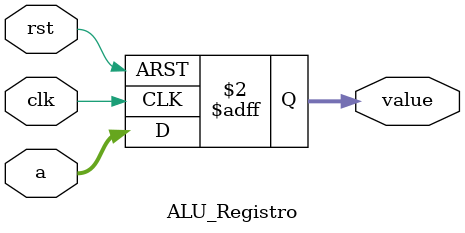
<source format=sv>
module ALU_Registro(input logic [32:0] a, input logic clk, input logic rst, output logic [32:0] value);

	always_ff @(posedge clk, posedge rst)
		if(rst)
			value<= 32'b0;
		else
			value <= a;
			
endmodule 
</source>
